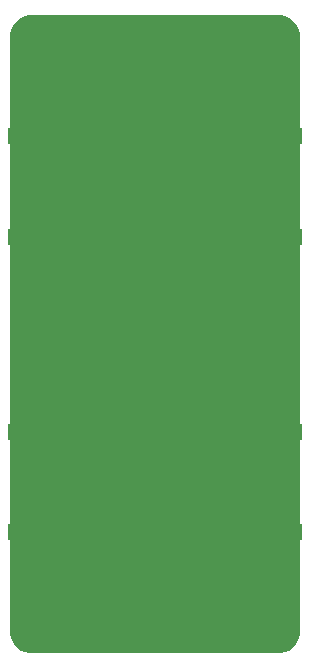
<source format=gbl>
G04*
G04 #@! TF.GenerationSoftware,Altium Limited,Altium Designer,25.6.2 (33)*
G04*
G04 Layer_Physical_Order=6*
G04 Layer_Color=16711680*
%FSLAX44Y44*%
%MOMM*%
G71*
G04*
G04 #@! TF.SameCoordinates,406FDB3A-8374-4AAD-B88D-9ED9193208D5*
G04*
G04*
G04 #@! TF.FilePolarity,Positive*
G04*
G01*
G75*
%ADD12R,5.0000X1.4000*%
%ADD20C,0.4500*%
G36*
X230000Y542451D02*
X231719D01*
X235090Y541781D01*
X238266Y540465D01*
X241124Y538555D01*
X243555Y536124D01*
X245465Y533266D01*
X246780Y530090D01*
X247451Y526719D01*
X247451Y525000D01*
X247451Y20000D01*
Y18281D01*
X246780Y14910D01*
X245465Y11734D01*
X243555Y8875D01*
X241124Y6445D01*
X238266Y4535D01*
X235090Y3219D01*
X231719Y2549D01*
X230000Y2549D01*
X20000Y2549D01*
X18281D01*
X14910Y3219D01*
X11734Y4535D01*
X8875Y6445D01*
X6445Y8875D01*
X4535Y11734D01*
X3219Y14910D01*
X2549Y18281D01*
X2549Y20000D01*
X2549Y525000D01*
Y526719D01*
X3220Y530090D01*
X4535Y533266D01*
X6445Y536124D01*
X8875Y538555D01*
X11734Y540465D01*
X14910Y541781D01*
X18281Y542451D01*
X20000Y542451D01*
X230000Y542451D01*
D02*
G37*
D12*
X25000Y355000D02*
D03*
Y440000D02*
D03*
Y105000D02*
D03*
Y190000D02*
D03*
X225000D02*
D03*
Y105000D02*
D03*
Y440000D02*
D03*
Y355000D02*
D03*
D20*
X59251Y389832D02*
D03*
X59887Y383866D02*
D03*
Y377866D02*
D03*
Y371866D02*
D03*
Y365866D02*
D03*
Y359866D02*
D03*
Y353866D02*
D03*
Y347866D02*
D03*
Y341866D02*
D03*
Y335866D02*
D03*
Y329866D02*
D03*
Y323866D02*
D03*
Y317866D02*
D03*
Y311866D02*
D03*
X60084Y305869D02*
D03*
X62031Y300194D02*
D03*
X66082Y295768D02*
D03*
X71507Y293203D02*
D03*
X77492Y292787D02*
D03*
X78994Y303013D02*
D03*
X73014Y303506D02*
D03*
X70113Y308758D02*
D03*
Y314758D02*
D03*
Y320758D02*
D03*
Y326758D02*
D03*
Y332758D02*
D03*
Y338758D02*
D03*
Y344758D02*
D03*
Y350758D02*
D03*
Y356758D02*
D03*
Y362758D02*
D03*
Y368758D02*
D03*
Y374758D02*
D03*
Y380758D02*
D03*
Y386758D02*
D03*
X69148Y392680D02*
D03*
X66047Y397816D02*
D03*
X61130Y401255D02*
D03*
X55280Y402590D02*
D03*
X187798Y400776D02*
D03*
X183228Y396887D02*
D03*
X180473Y391557D02*
D03*
X179887Y385586D02*
D03*
Y379586D02*
D03*
Y373586D02*
D03*
Y367586D02*
D03*
Y361586D02*
D03*
Y355586D02*
D03*
Y349586D02*
D03*
Y343586D02*
D03*
Y337586D02*
D03*
Y331586D02*
D03*
Y325586D02*
D03*
Y319586D02*
D03*
Y313586D02*
D03*
Y307586D02*
D03*
Y301586D02*
D03*
Y295586D02*
D03*
Y289586D02*
D03*
Y283586D02*
D03*
Y277586D02*
D03*
Y271586D02*
D03*
Y265586D02*
D03*
Y259586D02*
D03*
X178503Y253748D02*
D03*
X172702Y252213D02*
D03*
X170839Y241987D02*
D03*
X176836Y242158D02*
D03*
X182532Y244045D02*
D03*
X187016Y248031D02*
D03*
X189636Y253429D02*
D03*
X190113Y259410D02*
D03*
Y265410D02*
D03*
Y271410D02*
D03*
Y277410D02*
D03*
Y283410D02*
D03*
Y289410D02*
D03*
Y295410D02*
D03*
Y301410D02*
D03*
Y307410D02*
D03*
Y313410D02*
D03*
Y319410D02*
D03*
Y325410D02*
D03*
Y331410D02*
D03*
Y337410D02*
D03*
Y343410D02*
D03*
Y349410D02*
D03*
Y355410D02*
D03*
Y361410D02*
D03*
Y367410D02*
D03*
Y373410D02*
D03*
Y379410D02*
D03*
Y385410D02*
D03*
X191845Y391154D02*
D03*
X195167Y402613D02*
D03*
X102091Y267387D02*
D03*
X108082Y267050D02*
D03*
X113573Y264633D02*
D03*
X117663Y260243D02*
D03*
X119685Y254594D02*
D03*
X119887Y248598D02*
D03*
Y242598D02*
D03*
Y236598D02*
D03*
Y230598D02*
D03*
Y224598D02*
D03*
Y218598D02*
D03*
Y212598D02*
D03*
Y206598D02*
D03*
Y200598D02*
D03*
Y194598D02*
D03*
Y188598D02*
D03*
Y182598D02*
D03*
Y176598D02*
D03*
X120026Y170599D02*
D03*
X121066Y164690D02*
D03*
X123245Y159100D02*
D03*
X126478Y154045D02*
D03*
X130638Y149722D02*
D03*
X135565Y146298D02*
D03*
X141068Y143907D02*
D03*
X146933Y142640D02*
D03*
X152928Y142387D02*
D03*
X158928D02*
D03*
X164928D02*
D03*
X170928D02*
D03*
X176928D02*
D03*
X182928D02*
D03*
X188928D02*
D03*
X194928D02*
D03*
X191992Y152613D02*
D03*
X185992D02*
D03*
X179992D02*
D03*
X173992D02*
D03*
X167992D02*
D03*
X161992D02*
D03*
X155992D02*
D03*
X149992Y152623D02*
D03*
X144087Y153686D02*
D03*
X138706Y156341D02*
D03*
X134402Y160521D02*
D03*
X131443Y165741D02*
D03*
X130210Y171612D02*
D03*
X130113Y177612D02*
D03*
Y183612D02*
D03*
Y189612D02*
D03*
Y195612D02*
D03*
Y201612D02*
D03*
Y207612D02*
D03*
Y213612D02*
D03*
Y219612D02*
D03*
Y225612D02*
D03*
Y231612D02*
D03*
Y237612D02*
D03*
Y243612D02*
D03*
Y249612D02*
D03*
X129869Y255607D02*
D03*
X128469Y261441D02*
D03*
X125691Y266759D02*
D03*
X121679Y271221D02*
D03*
X116742Y274630D02*
D03*
X111153Y276813D02*
D03*
X105207Y277612D02*
D03*
X67472Y250158D02*
D03*
X62987Y246173D02*
D03*
X60365Y240776D02*
D03*
X59887Y234795D02*
D03*
Y228795D02*
D03*
Y222795D02*
D03*
Y216795D02*
D03*
Y210795D02*
D03*
Y204795D02*
D03*
Y198795D02*
D03*
Y192795D02*
D03*
Y186795D02*
D03*
Y180795D02*
D03*
Y174795D02*
D03*
Y168796D02*
D03*
Y162796D02*
D03*
X59768Y156797D02*
D03*
X55393Y152691D02*
D03*
X57683Y142670D02*
D03*
X63266Y144868D02*
D03*
X67525Y149094D02*
D03*
X69808Y154643D02*
D03*
X70113Y160636D02*
D03*
Y166635D02*
D03*
Y172635D02*
D03*
Y178636D02*
D03*
Y184635D02*
D03*
Y190635D02*
D03*
Y196635D02*
D03*
Y202635D02*
D03*
Y208635D02*
D03*
Y214635D02*
D03*
Y220635D02*
D03*
Y226635D02*
D03*
Y232635D02*
D03*
X70416Y238628D02*
D03*
X75388Y241987D02*
D03*
X81388D02*
D03*
X81167Y252213D02*
D03*
X75167D02*
D03*
X17250Y533249D02*
D03*
X29250D02*
D03*
X53250D02*
D03*
X41250D02*
D03*
X77250D02*
D03*
X65250D02*
D03*
X101250D02*
D03*
X89250D02*
D03*
X125250D02*
D03*
X113250D02*
D03*
X149250D02*
D03*
X137250D02*
D03*
X173250D02*
D03*
X161250D02*
D03*
X197250D02*
D03*
X185250D02*
D03*
X221250D02*
D03*
X209250D02*
D03*
X233249D02*
D03*
Y17250D02*
D03*
Y29250D02*
D03*
Y53250D02*
D03*
Y41250D02*
D03*
Y89250D02*
D03*
Y101250D02*
D03*
Y77250D02*
D03*
Y65250D02*
D03*
Y161250D02*
D03*
Y173250D02*
D03*
Y197250D02*
D03*
Y185250D02*
D03*
Y137250D02*
D03*
Y125250D02*
D03*
Y113250D02*
D03*
Y305249D02*
D03*
Y317249D02*
D03*
Y341249D02*
D03*
Y329249D02*
D03*
Y377249D02*
D03*
Y365249D02*
D03*
Y353249D02*
D03*
Y257250D02*
D03*
Y269249D02*
D03*
Y293249D02*
D03*
Y281250D02*
D03*
Y233249D02*
D03*
Y245250D02*
D03*
Y221250D02*
D03*
Y209250D02*
D03*
Y461249D02*
D03*
Y473249D02*
D03*
Y497249D02*
D03*
Y485249D02*
D03*
Y437249D02*
D03*
Y449249D02*
D03*
Y425249D02*
D03*
Y413249D02*
D03*
Y509249D02*
D03*
Y521249D02*
D03*
X209250Y17250D02*
D03*
Y29250D02*
D03*
Y53250D02*
D03*
Y41250D02*
D03*
Y89250D02*
D03*
Y101250D02*
D03*
Y77250D02*
D03*
Y65250D02*
D03*
Y161250D02*
D03*
Y173250D02*
D03*
Y197250D02*
D03*
Y185250D02*
D03*
Y137250D02*
D03*
Y125250D02*
D03*
Y113250D02*
D03*
Y305249D02*
D03*
Y317249D02*
D03*
Y341249D02*
D03*
Y329249D02*
D03*
Y377249D02*
D03*
Y365249D02*
D03*
Y353249D02*
D03*
Y257250D02*
D03*
Y269249D02*
D03*
Y293249D02*
D03*
Y281250D02*
D03*
Y233249D02*
D03*
Y245250D02*
D03*
Y221250D02*
D03*
Y209250D02*
D03*
Y461249D02*
D03*
Y473249D02*
D03*
Y497249D02*
D03*
Y485249D02*
D03*
Y437249D02*
D03*
Y449249D02*
D03*
Y425249D02*
D03*
Y413249D02*
D03*
Y509249D02*
D03*
Y521249D02*
D03*
X221250D02*
D03*
Y509249D02*
D03*
Y413249D02*
D03*
Y425249D02*
D03*
Y449249D02*
D03*
Y437249D02*
D03*
Y485249D02*
D03*
Y497249D02*
D03*
Y473249D02*
D03*
Y461249D02*
D03*
Y209250D02*
D03*
Y221250D02*
D03*
Y245250D02*
D03*
Y233249D02*
D03*
Y281250D02*
D03*
Y293249D02*
D03*
Y269249D02*
D03*
Y257250D02*
D03*
Y353249D02*
D03*
Y365249D02*
D03*
Y377249D02*
D03*
Y329249D02*
D03*
Y341249D02*
D03*
Y317249D02*
D03*
Y305249D02*
D03*
Y113250D02*
D03*
Y125250D02*
D03*
Y137250D02*
D03*
Y185250D02*
D03*
Y197250D02*
D03*
Y173250D02*
D03*
Y161250D02*
D03*
Y65250D02*
D03*
Y77250D02*
D03*
Y101250D02*
D03*
Y89250D02*
D03*
Y41250D02*
D03*
Y53250D02*
D03*
Y29250D02*
D03*
Y17250D02*
D03*
X185250D02*
D03*
Y29250D02*
D03*
Y53250D02*
D03*
Y41250D02*
D03*
Y89250D02*
D03*
Y101250D02*
D03*
Y77250D02*
D03*
Y65250D02*
D03*
Y161250D02*
D03*
Y173250D02*
D03*
Y197250D02*
D03*
Y185250D02*
D03*
Y137250D02*
D03*
Y125250D02*
D03*
Y113250D02*
D03*
Y233249D02*
D03*
Y221250D02*
D03*
Y209250D02*
D03*
Y461249D02*
D03*
Y473249D02*
D03*
Y497249D02*
D03*
Y485249D02*
D03*
Y437249D02*
D03*
Y449249D02*
D03*
Y425249D02*
D03*
Y413249D02*
D03*
Y509249D02*
D03*
Y521249D02*
D03*
X197250D02*
D03*
Y509249D02*
D03*
Y413249D02*
D03*
Y425249D02*
D03*
Y449249D02*
D03*
Y437249D02*
D03*
Y485249D02*
D03*
Y497249D02*
D03*
Y473249D02*
D03*
Y461249D02*
D03*
Y209250D02*
D03*
Y221250D02*
D03*
Y245250D02*
D03*
Y233249D02*
D03*
Y281250D02*
D03*
Y293249D02*
D03*
Y269249D02*
D03*
Y257250D02*
D03*
Y353249D02*
D03*
Y365249D02*
D03*
Y377249D02*
D03*
Y329249D02*
D03*
Y341249D02*
D03*
Y317249D02*
D03*
Y305249D02*
D03*
Y113250D02*
D03*
Y125250D02*
D03*
Y137250D02*
D03*
Y185250D02*
D03*
Y197250D02*
D03*
Y173250D02*
D03*
Y161250D02*
D03*
Y65250D02*
D03*
Y77250D02*
D03*
Y101250D02*
D03*
Y89250D02*
D03*
Y41250D02*
D03*
Y53250D02*
D03*
Y29250D02*
D03*
Y17250D02*
D03*
X161250D02*
D03*
Y29250D02*
D03*
Y53250D02*
D03*
Y41250D02*
D03*
Y89250D02*
D03*
Y101250D02*
D03*
Y77250D02*
D03*
Y65250D02*
D03*
Y161250D02*
D03*
Y173250D02*
D03*
Y197250D02*
D03*
Y185250D02*
D03*
Y137250D02*
D03*
Y125250D02*
D03*
Y113250D02*
D03*
Y305249D02*
D03*
Y317249D02*
D03*
Y341249D02*
D03*
Y329249D02*
D03*
Y377249D02*
D03*
Y389249D02*
D03*
Y365249D02*
D03*
Y353249D02*
D03*
Y257250D02*
D03*
Y269249D02*
D03*
Y293249D02*
D03*
Y281250D02*
D03*
Y233249D02*
D03*
Y221250D02*
D03*
Y209250D02*
D03*
Y401249D02*
D03*
Y461249D02*
D03*
Y473249D02*
D03*
Y497249D02*
D03*
Y485249D02*
D03*
Y437249D02*
D03*
Y449249D02*
D03*
Y425249D02*
D03*
Y413249D02*
D03*
Y509249D02*
D03*
Y521249D02*
D03*
X173250D02*
D03*
Y509249D02*
D03*
Y413249D02*
D03*
Y425249D02*
D03*
Y449249D02*
D03*
Y437249D02*
D03*
Y485249D02*
D03*
Y497249D02*
D03*
Y473249D02*
D03*
Y461249D02*
D03*
Y401249D02*
D03*
Y209250D02*
D03*
Y221250D02*
D03*
Y233249D02*
D03*
Y281250D02*
D03*
Y293249D02*
D03*
Y269249D02*
D03*
Y353249D02*
D03*
Y365249D02*
D03*
Y389249D02*
D03*
Y377249D02*
D03*
Y329249D02*
D03*
Y341249D02*
D03*
Y317249D02*
D03*
Y305249D02*
D03*
Y113250D02*
D03*
Y125250D02*
D03*
Y137250D02*
D03*
Y185250D02*
D03*
Y197250D02*
D03*
Y173250D02*
D03*
Y161250D02*
D03*
Y65250D02*
D03*
Y77250D02*
D03*
Y101250D02*
D03*
Y89250D02*
D03*
Y41250D02*
D03*
Y53250D02*
D03*
Y29250D02*
D03*
Y17250D02*
D03*
X137250D02*
D03*
Y29250D02*
D03*
Y53250D02*
D03*
Y41250D02*
D03*
Y89250D02*
D03*
Y101250D02*
D03*
Y77250D02*
D03*
Y65250D02*
D03*
Y173250D02*
D03*
Y197250D02*
D03*
Y185250D02*
D03*
Y137250D02*
D03*
Y125250D02*
D03*
Y113250D02*
D03*
Y305249D02*
D03*
Y317249D02*
D03*
Y341249D02*
D03*
Y329249D02*
D03*
Y377249D02*
D03*
Y389249D02*
D03*
Y365249D02*
D03*
Y353249D02*
D03*
Y257250D02*
D03*
Y269249D02*
D03*
Y293249D02*
D03*
Y281250D02*
D03*
Y233249D02*
D03*
Y245250D02*
D03*
Y221250D02*
D03*
Y209250D02*
D03*
Y401249D02*
D03*
Y461249D02*
D03*
Y473249D02*
D03*
Y497249D02*
D03*
Y485249D02*
D03*
Y437249D02*
D03*
Y449249D02*
D03*
Y425249D02*
D03*
Y413249D02*
D03*
Y509249D02*
D03*
Y521249D02*
D03*
X149250D02*
D03*
Y509249D02*
D03*
Y413249D02*
D03*
Y425249D02*
D03*
Y449249D02*
D03*
Y437249D02*
D03*
Y485249D02*
D03*
Y497249D02*
D03*
Y473249D02*
D03*
Y461249D02*
D03*
Y401249D02*
D03*
Y209250D02*
D03*
Y221250D02*
D03*
Y233249D02*
D03*
Y281250D02*
D03*
Y293249D02*
D03*
Y269249D02*
D03*
Y257250D02*
D03*
Y353249D02*
D03*
Y365249D02*
D03*
Y389249D02*
D03*
Y377249D02*
D03*
Y329249D02*
D03*
Y341249D02*
D03*
Y317249D02*
D03*
Y305249D02*
D03*
Y113250D02*
D03*
Y125250D02*
D03*
Y137250D02*
D03*
Y185250D02*
D03*
Y197250D02*
D03*
Y173250D02*
D03*
Y161250D02*
D03*
Y65250D02*
D03*
Y77250D02*
D03*
Y101250D02*
D03*
Y89250D02*
D03*
Y41250D02*
D03*
Y53250D02*
D03*
Y29250D02*
D03*
Y17250D02*
D03*
X113250D02*
D03*
Y29250D02*
D03*
Y53250D02*
D03*
Y41250D02*
D03*
Y89250D02*
D03*
Y101250D02*
D03*
Y77250D02*
D03*
Y65250D02*
D03*
Y161250D02*
D03*
Y173250D02*
D03*
Y197250D02*
D03*
Y185250D02*
D03*
Y137250D02*
D03*
Y149250D02*
D03*
Y125250D02*
D03*
Y113250D02*
D03*
Y305249D02*
D03*
Y317249D02*
D03*
Y341249D02*
D03*
Y329249D02*
D03*
Y377249D02*
D03*
Y389249D02*
D03*
Y365249D02*
D03*
Y353249D02*
D03*
Y293249D02*
D03*
Y233249D02*
D03*
Y245250D02*
D03*
Y221250D02*
D03*
Y209250D02*
D03*
Y401249D02*
D03*
Y461249D02*
D03*
Y473249D02*
D03*
Y497249D02*
D03*
Y485249D02*
D03*
Y437249D02*
D03*
Y449249D02*
D03*
Y425249D02*
D03*
Y413249D02*
D03*
Y509249D02*
D03*
Y521249D02*
D03*
X125250D02*
D03*
Y509249D02*
D03*
Y413249D02*
D03*
Y425249D02*
D03*
Y449249D02*
D03*
Y437249D02*
D03*
Y485249D02*
D03*
Y497249D02*
D03*
Y473249D02*
D03*
Y461249D02*
D03*
Y401249D02*
D03*
Y281250D02*
D03*
Y293249D02*
D03*
Y353249D02*
D03*
Y365249D02*
D03*
Y389249D02*
D03*
Y377249D02*
D03*
Y329249D02*
D03*
Y341249D02*
D03*
Y317249D02*
D03*
Y305249D02*
D03*
Y113250D02*
D03*
Y125250D02*
D03*
Y137250D02*
D03*
Y65250D02*
D03*
Y77250D02*
D03*
Y101250D02*
D03*
Y89250D02*
D03*
Y41250D02*
D03*
Y53250D02*
D03*
Y29250D02*
D03*
Y17250D02*
D03*
X89250D02*
D03*
Y29250D02*
D03*
Y53250D02*
D03*
Y41250D02*
D03*
Y89250D02*
D03*
Y101250D02*
D03*
Y77250D02*
D03*
Y65250D02*
D03*
Y161250D02*
D03*
Y173250D02*
D03*
Y197250D02*
D03*
Y185250D02*
D03*
Y137250D02*
D03*
Y149250D02*
D03*
Y125250D02*
D03*
Y113250D02*
D03*
Y317249D02*
D03*
Y341249D02*
D03*
Y329249D02*
D03*
Y377249D02*
D03*
Y389249D02*
D03*
Y365249D02*
D03*
Y353249D02*
D03*
Y257250D02*
D03*
Y281250D02*
D03*
Y233249D02*
D03*
Y221250D02*
D03*
Y209250D02*
D03*
Y401249D02*
D03*
Y461249D02*
D03*
Y473249D02*
D03*
Y497249D02*
D03*
Y485249D02*
D03*
Y437249D02*
D03*
Y449249D02*
D03*
Y425249D02*
D03*
Y413249D02*
D03*
Y509249D02*
D03*
Y521249D02*
D03*
X101250D02*
D03*
Y509249D02*
D03*
Y413249D02*
D03*
Y425249D02*
D03*
Y449249D02*
D03*
Y437249D02*
D03*
Y485249D02*
D03*
Y497249D02*
D03*
Y473249D02*
D03*
Y461249D02*
D03*
Y401249D02*
D03*
Y209250D02*
D03*
Y221250D02*
D03*
Y233249D02*
D03*
Y293249D02*
D03*
Y257250D02*
D03*
Y353249D02*
D03*
Y365249D02*
D03*
Y389249D02*
D03*
Y377249D02*
D03*
Y329249D02*
D03*
Y341249D02*
D03*
Y317249D02*
D03*
Y305249D02*
D03*
Y113250D02*
D03*
Y125250D02*
D03*
Y149250D02*
D03*
Y137250D02*
D03*
Y185250D02*
D03*
Y197250D02*
D03*
Y173250D02*
D03*
Y161250D02*
D03*
Y65250D02*
D03*
Y77250D02*
D03*
Y101250D02*
D03*
Y89250D02*
D03*
Y41250D02*
D03*
Y53250D02*
D03*
Y29250D02*
D03*
Y17250D02*
D03*
X65250D02*
D03*
Y29250D02*
D03*
Y53250D02*
D03*
Y41250D02*
D03*
Y89250D02*
D03*
Y101250D02*
D03*
Y77250D02*
D03*
Y65250D02*
D03*
Y137250D02*
D03*
Y125250D02*
D03*
Y113250D02*
D03*
Y257250D02*
D03*
Y269249D02*
D03*
Y281250D02*
D03*
Y461249D02*
D03*
Y473249D02*
D03*
Y497249D02*
D03*
Y485249D02*
D03*
Y437249D02*
D03*
Y449249D02*
D03*
Y425249D02*
D03*
Y413249D02*
D03*
Y509249D02*
D03*
Y521249D02*
D03*
X77250D02*
D03*
Y509249D02*
D03*
Y413249D02*
D03*
Y425249D02*
D03*
Y449249D02*
D03*
Y437249D02*
D03*
Y485249D02*
D03*
Y497249D02*
D03*
Y473249D02*
D03*
Y461249D02*
D03*
Y401249D02*
D03*
Y209250D02*
D03*
Y221250D02*
D03*
Y233249D02*
D03*
Y281250D02*
D03*
Y269249D02*
D03*
Y353249D02*
D03*
Y365249D02*
D03*
Y389249D02*
D03*
Y377249D02*
D03*
Y329249D02*
D03*
Y341249D02*
D03*
Y317249D02*
D03*
Y113250D02*
D03*
Y125250D02*
D03*
Y149250D02*
D03*
Y137250D02*
D03*
Y185250D02*
D03*
Y197250D02*
D03*
Y173250D02*
D03*
Y161250D02*
D03*
Y65250D02*
D03*
Y77250D02*
D03*
Y101250D02*
D03*
Y89250D02*
D03*
Y41250D02*
D03*
Y53250D02*
D03*
Y29250D02*
D03*
Y17250D02*
D03*
X41250D02*
D03*
Y29250D02*
D03*
Y53250D02*
D03*
Y41250D02*
D03*
Y89250D02*
D03*
Y101250D02*
D03*
Y77250D02*
D03*
Y65250D02*
D03*
Y161250D02*
D03*
Y173250D02*
D03*
Y197250D02*
D03*
Y185250D02*
D03*
Y137250D02*
D03*
Y125250D02*
D03*
Y113250D02*
D03*
Y305249D02*
D03*
Y317249D02*
D03*
Y341249D02*
D03*
Y329249D02*
D03*
Y377249D02*
D03*
Y365249D02*
D03*
Y353249D02*
D03*
Y257250D02*
D03*
Y269249D02*
D03*
Y293249D02*
D03*
Y281250D02*
D03*
Y233249D02*
D03*
Y245250D02*
D03*
Y221250D02*
D03*
Y209250D02*
D03*
Y461249D02*
D03*
Y473249D02*
D03*
Y497249D02*
D03*
Y485249D02*
D03*
Y437249D02*
D03*
Y449249D02*
D03*
Y425249D02*
D03*
Y413249D02*
D03*
Y509249D02*
D03*
Y521249D02*
D03*
X53250D02*
D03*
Y509249D02*
D03*
Y413249D02*
D03*
Y425249D02*
D03*
Y449249D02*
D03*
Y437249D02*
D03*
Y485249D02*
D03*
Y497249D02*
D03*
Y473249D02*
D03*
Y461249D02*
D03*
Y209250D02*
D03*
Y221250D02*
D03*
Y245250D02*
D03*
Y233249D02*
D03*
Y281250D02*
D03*
Y293249D02*
D03*
Y269249D02*
D03*
Y257250D02*
D03*
Y353249D02*
D03*
Y365249D02*
D03*
Y377249D02*
D03*
Y329249D02*
D03*
Y341249D02*
D03*
Y317249D02*
D03*
Y305249D02*
D03*
Y113250D02*
D03*
Y125250D02*
D03*
Y137250D02*
D03*
Y185250D02*
D03*
Y197250D02*
D03*
Y173250D02*
D03*
Y161250D02*
D03*
Y65250D02*
D03*
Y77250D02*
D03*
Y101250D02*
D03*
Y89250D02*
D03*
Y41250D02*
D03*
Y53250D02*
D03*
Y29250D02*
D03*
Y17250D02*
D03*
X29250D02*
D03*
Y29250D02*
D03*
Y53250D02*
D03*
Y41250D02*
D03*
Y89250D02*
D03*
Y101250D02*
D03*
Y77250D02*
D03*
Y65250D02*
D03*
Y161250D02*
D03*
Y173250D02*
D03*
Y197250D02*
D03*
Y185250D02*
D03*
Y137250D02*
D03*
Y125250D02*
D03*
Y113250D02*
D03*
Y305249D02*
D03*
Y317249D02*
D03*
Y341249D02*
D03*
Y329249D02*
D03*
Y377249D02*
D03*
Y365249D02*
D03*
Y353249D02*
D03*
Y257250D02*
D03*
Y269249D02*
D03*
Y293249D02*
D03*
Y281250D02*
D03*
Y233249D02*
D03*
Y245250D02*
D03*
Y221250D02*
D03*
Y209250D02*
D03*
Y461249D02*
D03*
Y473249D02*
D03*
Y497249D02*
D03*
Y485249D02*
D03*
Y437249D02*
D03*
Y449249D02*
D03*
Y425249D02*
D03*
Y413249D02*
D03*
Y509249D02*
D03*
Y521249D02*
D03*
X17250D02*
D03*
Y509249D02*
D03*
Y413249D02*
D03*
Y425249D02*
D03*
Y449249D02*
D03*
Y437249D02*
D03*
Y485249D02*
D03*
Y497249D02*
D03*
Y473249D02*
D03*
Y461249D02*
D03*
X5250Y425249D02*
D03*
X17250Y209250D02*
D03*
Y221250D02*
D03*
Y245250D02*
D03*
Y233249D02*
D03*
Y281250D02*
D03*
Y293249D02*
D03*
Y269249D02*
D03*
Y257250D02*
D03*
Y353249D02*
D03*
Y365249D02*
D03*
Y377249D02*
D03*
Y329249D02*
D03*
Y341249D02*
D03*
Y317249D02*
D03*
Y305249D02*
D03*
Y113250D02*
D03*
Y125250D02*
D03*
Y137250D02*
D03*
Y185250D02*
D03*
Y197250D02*
D03*
Y173250D02*
D03*
Y161250D02*
D03*
Y65250D02*
D03*
Y77250D02*
D03*
Y101250D02*
D03*
Y89250D02*
D03*
Y41250D02*
D03*
Y53250D02*
D03*
Y29250D02*
D03*
Y17250D02*
D03*
X5250Y161250D02*
D03*
X244750Y455249D02*
D03*
Y449249D02*
D03*
Y443249D02*
D03*
Y467249D02*
D03*
Y473249D02*
D03*
Y461249D02*
D03*
Y509249D02*
D03*
Y503249D02*
D03*
Y497249D02*
D03*
Y485249D02*
D03*
Y491249D02*
D03*
Y479249D02*
D03*
X240000Y535000D02*
D03*
X244750Y521249D02*
D03*
Y527249D02*
D03*
Y515249D02*
D03*
Y299249D02*
D03*
Y311249D02*
D03*
Y305249D02*
D03*
Y323249D02*
D03*
Y329249D02*
D03*
Y317249D02*
D03*
Y365249D02*
D03*
Y359249D02*
D03*
Y353249D02*
D03*
Y341249D02*
D03*
Y347249D02*
D03*
Y335249D02*
D03*
Y419249D02*
D03*
Y413249D02*
D03*
Y407249D02*
D03*
Y431249D02*
D03*
Y437249D02*
D03*
Y425249D02*
D03*
Y371249D02*
D03*
Y377249D02*
D03*
Y383249D02*
D03*
Y167250D02*
D03*
Y161250D02*
D03*
Y173250D02*
D03*
Y179250D02*
D03*
Y185250D02*
D03*
Y221250D02*
D03*
Y215250D02*
D03*
Y209250D02*
D03*
Y197250D02*
D03*
Y203250D02*
D03*
Y191250D02*
D03*
Y263249D02*
D03*
Y275250D02*
D03*
Y269249D02*
D03*
Y281250D02*
D03*
Y287249D02*
D03*
Y293249D02*
D03*
Y257250D02*
D03*
Y251250D02*
D03*
Y245250D02*
D03*
Y233249D02*
D03*
Y239249D02*
D03*
Y227250D02*
D03*
Y23250D02*
D03*
Y17250D02*
D03*
Y35250D02*
D03*
Y41250D02*
D03*
Y29250D02*
D03*
Y77250D02*
D03*
Y71250D02*
D03*
Y65250D02*
D03*
Y53250D02*
D03*
Y59250D02*
D03*
Y47250D02*
D03*
Y119250D02*
D03*
Y131250D02*
D03*
Y125250D02*
D03*
Y137250D02*
D03*
Y101250D02*
D03*
Y113250D02*
D03*
Y107250D02*
D03*
Y83250D02*
D03*
Y89250D02*
D03*
Y95250D02*
D03*
X240000Y10000D02*
D03*
X155250Y5250D02*
D03*
X167250D02*
D03*
X161250D02*
D03*
X179250D02*
D03*
X185250D02*
D03*
X173250D02*
D03*
X209250D02*
D03*
X221250D02*
D03*
X215250D02*
D03*
X197250D02*
D03*
X203250D02*
D03*
X191250D02*
D03*
X233249D02*
D03*
X227250D02*
D03*
X23250D02*
D03*
X17250D02*
D03*
X35250D02*
D03*
X41250D02*
D03*
X29250D02*
D03*
X77250D02*
D03*
X71250D02*
D03*
X65250D02*
D03*
X53250D02*
D03*
X59250D02*
D03*
X47250D02*
D03*
X131250D02*
D03*
X125250D02*
D03*
X119250D02*
D03*
X143250D02*
D03*
X149250D02*
D03*
X137250D02*
D03*
X113250D02*
D03*
X107250D02*
D03*
X101250D02*
D03*
X89250D02*
D03*
X95250D02*
D03*
X83250D02*
D03*
X167250Y539750D02*
D03*
X161250D02*
D03*
X155250D02*
D03*
X179250D02*
D03*
X185250D02*
D03*
X173250D02*
D03*
X209250D02*
D03*
X221250D02*
D03*
X215250D02*
D03*
X197250D02*
D03*
X203250D02*
D03*
X191250D02*
D03*
X233249D02*
D03*
X227250D02*
D03*
X23250D02*
D03*
X17250D02*
D03*
X10000Y535000D02*
D03*
X35250Y539750D02*
D03*
X41250D02*
D03*
X29250D02*
D03*
X77250D02*
D03*
X71250D02*
D03*
X65250D02*
D03*
X53250D02*
D03*
X59250D02*
D03*
X47250D02*
D03*
X131250D02*
D03*
X125250D02*
D03*
X119250D02*
D03*
X143250D02*
D03*
X149250D02*
D03*
X137250D02*
D03*
X113250D02*
D03*
X107250D02*
D03*
X101250D02*
D03*
X89250D02*
D03*
X95250D02*
D03*
X83250D02*
D03*
X5250Y455249D02*
D03*
Y449249D02*
D03*
Y443249D02*
D03*
Y467249D02*
D03*
Y473249D02*
D03*
Y461249D02*
D03*
Y497249D02*
D03*
Y509249D02*
D03*
Y503249D02*
D03*
Y485249D02*
D03*
Y491249D02*
D03*
Y479249D02*
D03*
Y521249D02*
D03*
Y527249D02*
D03*
Y515249D02*
D03*
Y311249D02*
D03*
Y305249D02*
D03*
Y299249D02*
D03*
Y323249D02*
D03*
Y329249D02*
D03*
Y317249D02*
D03*
Y365249D02*
D03*
Y359249D02*
D03*
Y353249D02*
D03*
Y341249D02*
D03*
Y347249D02*
D03*
Y335249D02*
D03*
Y419249D02*
D03*
Y413249D02*
D03*
Y407249D02*
D03*
Y431249D02*
D03*
Y437249D02*
D03*
Y377249D02*
D03*
Y383249D02*
D03*
Y371249D02*
D03*
Y167250D02*
D03*
Y179250D02*
D03*
Y185250D02*
D03*
Y173250D02*
D03*
Y221250D02*
D03*
Y215250D02*
D03*
Y209250D02*
D03*
Y197250D02*
D03*
Y203250D02*
D03*
Y191250D02*
D03*
Y275250D02*
D03*
Y269249D02*
D03*
Y263249D02*
D03*
Y287249D02*
D03*
Y293249D02*
D03*
Y281250D02*
D03*
Y245250D02*
D03*
Y257250D02*
D03*
Y251250D02*
D03*
Y233249D02*
D03*
Y239249D02*
D03*
Y227250D02*
D03*
Y83250D02*
D03*
Y95250D02*
D03*
Y89250D02*
D03*
Y107250D02*
D03*
Y113250D02*
D03*
Y101250D02*
D03*
Y137250D02*
D03*
Y119250D02*
D03*
Y125250D02*
D03*
Y131250D02*
D03*
Y59250D02*
D03*
Y53250D02*
D03*
Y47250D02*
D03*
Y65250D02*
D03*
Y71250D02*
D03*
Y77250D02*
D03*
Y41250D02*
D03*
Y35250D02*
D03*
Y29250D02*
D03*
Y17250D02*
D03*
Y23250D02*
D03*
X10000Y10000D02*
D03*
M02*

</source>
